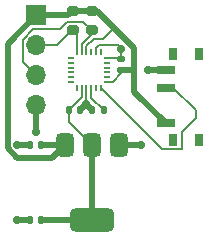
<source format=gbr>
%TF.GenerationSoftware,KiCad,Pcbnew,8.0.5*%
%TF.CreationDate,2024-10-09T16:47:07-04:00*%
%TF.ProjectId,PostureBestICM20948,506f7374-7572-4654-9265-737449434d32,rev?*%
%TF.SameCoordinates,Original*%
%TF.FileFunction,Copper,L1,Top*%
%TF.FilePolarity,Positive*%
%FSLAX46Y46*%
G04 Gerber Fmt 4.6, Leading zero omitted, Abs format (unit mm)*
G04 Created by KiCad (PCBNEW 8.0.5) date 2024-10-09 16:47:07*
%MOMM*%
%LPD*%
G01*
G04 APERTURE LIST*
G04 Aperture macros list*
%AMRoundRect*
0 Rectangle with rounded corners*
0 $1 Rounding radius*
0 $2 $3 $4 $5 $6 $7 $8 $9 X,Y pos of 4 corners*
0 Add a 4 corners polygon primitive as box body*
4,1,4,$2,$3,$4,$5,$6,$7,$8,$9,$2,$3,0*
0 Add four circle primitives for the rounded corners*
1,1,$1+$1,$2,$3*
1,1,$1+$1,$4,$5*
1,1,$1+$1,$6,$7*
1,1,$1+$1,$8,$9*
0 Add four rect primitives between the rounded corners*
20,1,$1+$1,$2,$3,$4,$5,0*
20,1,$1+$1,$4,$5,$6,$7,0*
20,1,$1+$1,$6,$7,$8,$9,0*
20,1,$1+$1,$8,$9,$2,$3,0*%
G04 Aperture macros list end*
%TA.AperFunction,SMDPad,CuDef*%
%ADD10RoundRect,0.140000X-0.170000X0.140000X-0.170000X-0.140000X0.170000X-0.140000X0.170000X0.140000X0*%
%TD*%
%TA.AperFunction,SMDPad,CuDef*%
%ADD11RoundRect,0.200000X0.275000X-0.200000X0.275000X0.200000X-0.275000X0.200000X-0.275000X-0.200000X0*%
%TD*%
%TA.AperFunction,SMDPad,CuDef*%
%ADD12RoundRect,0.140000X0.140000X0.170000X-0.140000X0.170000X-0.140000X-0.170000X0.140000X-0.170000X0*%
%TD*%
%TA.AperFunction,SMDPad,CuDef*%
%ADD13R,1.500000X0.700000*%
%TD*%
%TA.AperFunction,SMDPad,CuDef*%
%ADD14R,0.800000X1.000000*%
%TD*%
%TA.AperFunction,SMDPad,CuDef*%
%ADD15RoundRect,0.140000X-0.140000X-0.170000X0.140000X-0.170000X0.140000X0.170000X-0.140000X0.170000X0*%
%TD*%
%TA.AperFunction,SMDPad,CuDef*%
%ADD16RoundRect,0.375000X-0.375000X0.625000X-0.375000X-0.625000X0.375000X-0.625000X0.375000X0.625000X0*%
%TD*%
%TA.AperFunction,SMDPad,CuDef*%
%ADD17RoundRect,0.500000X-1.400000X0.500000X-1.400000X-0.500000X1.400000X-0.500000X1.400000X0.500000X0*%
%TD*%
%TA.AperFunction,SMDPad,CuDef*%
%ADD18RoundRect,0.050000X-0.225000X-0.050000X0.225000X-0.050000X0.225000X0.050000X-0.225000X0.050000X0*%
%TD*%
%TA.AperFunction,SMDPad,CuDef*%
%ADD19RoundRect,0.050000X0.050000X-0.225000X0.050000X0.225000X-0.050000X0.225000X-0.050000X-0.225000X0*%
%TD*%
%TA.AperFunction,ComponentPad*%
%ADD20R,1.700000X1.700000*%
%TD*%
%TA.AperFunction,ComponentPad*%
%ADD21O,1.700000X1.700000*%
%TD*%
%TA.AperFunction,ViaPad*%
%ADD22C,0.700000*%
%TD*%
%TA.AperFunction,Conductor*%
%ADD23C,0.200000*%
%TD*%
%TA.AperFunction,Conductor*%
%ADD24C,0.500000*%
%TD*%
G04 APERTURE END LIST*
D10*
%TO.P,C2,1*%
%TO.N,GND*%
X120000000Y-90020000D03*
%TO.P,C2,2*%
%TO.N,+3.3V*%
X120000000Y-90980000D03*
%TD*%
D11*
%TO.P,R2,1*%
%TO.N,Net-(J1-Pin_2)*%
X115900000Y-87625000D03*
%TO.P,R2,2*%
%TO.N,+3.3V*%
X115900000Y-85975000D03*
%TD*%
D12*
%TO.P,C4,1*%
%TO.N,+3.3V*%
X113230000Y-97300000D03*
%TO.P,C4,2*%
%TO.N,GND*%
X112270000Y-97300000D03*
%TD*%
D13*
%TO.P,SW1,1,A*%
%TO.N,+3.3V*%
X123750000Y-95500000D03*
%TO.P,SW1,2,B*%
%TO.N,INT1_OUT*%
X123750000Y-92500000D03*
%TO.P,SW1,3,C*%
%TO.N,GND*%
X123750000Y-91000000D03*
D14*
%TO.P,SW1,SH1*%
%TO.N,N/C*%
X124400000Y-96900000D03*
%TO.P,SW1,SH2*%
X124400000Y-89600000D03*
%TO.P,SW1,SH3*%
X126600000Y-96900000D03*
%TO.P,SW1,SH4*%
X126600000Y-89600000D03*
%TD*%
D15*
%TO.P,C3,1*%
%TO.N,GND*%
X117540000Y-94400000D03*
%TO.P,C3,2*%
%TO.N,Net-(U1-REGOUT)*%
X118500000Y-94400000D03*
%TD*%
D12*
%TO.P,C5,1*%
%TO.N,GND*%
X116520000Y-94400000D03*
%TO.P,C5,2*%
%TO.N,+1V8*%
X115560000Y-94400000D03*
%TD*%
D11*
%TO.P,R1,1*%
%TO.N,Net-(J1-Pin_3)*%
X117500000Y-87625000D03*
%TO.P,R1,2*%
%TO.N,+3.3V*%
X117500000Y-85975000D03*
%TD*%
D16*
%TO.P,U2,1,GND*%
%TO.N,GND*%
X119800000Y-97350000D03*
%TO.P,U2,2,VO*%
%TO.N,+1V8*%
X117500000Y-97350000D03*
D17*
X117500000Y-103650000D03*
D16*
%TO.P,U2,3,VI*%
%TO.N,+3.3V*%
X115200000Y-97350000D03*
%TD*%
D18*
%TO.P,U1,1,NC*%
%TO.N,unconnected-(U1-NC-Pad1)*%
X115750000Y-90000000D03*
%TO.P,U1,2,NC*%
%TO.N,unconnected-(U1-NC-Pad2)*%
X115750000Y-90400000D03*
%TO.P,U1,3,NC*%
%TO.N,unconnected-(U1-NC-Pad3)*%
X115750000Y-90800000D03*
%TO.P,U1,4,NC*%
%TO.N,unconnected-(U1-NC-Pad4)*%
X115750000Y-91200000D03*
%TO.P,U1,5,NC*%
%TO.N,unconnected-(U1-NC-Pad5)*%
X115750000Y-91600000D03*
%TO.P,U1,6,NC*%
%TO.N,unconnected-(U1-NC-Pad6)*%
X115750000Y-92000000D03*
D19*
%TO.P,U1,7,AUX_CL*%
%TO.N,unconnected-(U1-AUX_CL-Pad7)*%
X116250000Y-92500000D03*
%TO.P,U1,8,VDDIO*%
%TO.N,+1V8*%
X116650000Y-92500000D03*
%TO.P,U1,9,SDO/AD0*%
%TO.N,GND*%
X117050000Y-92500000D03*
%TO.P,U1,10,REGOUT*%
%TO.N,Net-(U1-REGOUT)*%
X117450000Y-92500000D03*
%TO.P,U1,11,FSYNC*%
%TO.N,unconnected-(U1-FSYNC-Pad11)*%
X117850000Y-92500000D03*
%TO.P,U1,12,INT1*%
%TO.N,INT1_OUT*%
X118250000Y-92500000D03*
D18*
%TO.P,U1,13,VDD*%
%TO.N,+3.3V*%
X118750000Y-92000000D03*
%TO.P,U1,14,NC*%
%TO.N,unconnected-(U1-NC-Pad14)*%
X118750000Y-91600000D03*
%TO.P,U1,15,NC*%
%TO.N,unconnected-(U1-NC-Pad15)*%
X118750000Y-91200000D03*
%TO.P,U1,16,NC*%
%TO.N,unconnected-(U1-NC-Pad16)*%
X118750000Y-90800000D03*
%TO.P,U1,17,NC*%
%TO.N,unconnected-(U1-NC-Pad17)*%
X118750000Y-90400000D03*
%TO.P,U1,18,GND*%
%TO.N,GND*%
X118750000Y-90000000D03*
D19*
%TO.P,U1,19,RESV*%
%TO.N,unconnected-(U1-RESV-Pad19)*%
X118250000Y-89500000D03*
%TO.P,U1,20,GND*%
%TO.N,GND*%
X117850000Y-89500000D03*
%TO.P,U1,21,AUX_DA*%
%TO.N,unconnected-(U1-AUX_DA-Pad21)*%
X117450000Y-89500000D03*
%TO.P,U1,22,~{CS}*%
%TO.N,+3.3V*%
X117050000Y-89500000D03*
%TO.P,U1,23,SCL/SCLK*%
%TO.N,Net-(J1-Pin_3)*%
X116650000Y-89500000D03*
%TO.P,U1,24,SDA/SDI*%
%TO.N,Net-(J1-Pin_2)*%
X116250000Y-89500000D03*
%TD*%
D12*
%TO.P,C1,1*%
%TO.N,+1V8*%
X113200000Y-103700000D03*
%TO.P,C1,2*%
%TO.N,GND*%
X112240000Y-103700000D03*
%TD*%
D20*
%TO.P,J1,1,Pin_1*%
%TO.N,+3.3V*%
X112800000Y-86350000D03*
D21*
%TO.P,J1,2,Pin_2*%
%TO.N,Net-(J1-Pin_2)*%
X112800000Y-88890000D03*
%TO.P,J1,3,Pin_3*%
%TO.N,Net-(J1-Pin_3)*%
X112800000Y-91430000D03*
%TO.P,J1,4,Pin_4*%
%TO.N,GND*%
X112800000Y-93970000D03*
%TD*%
D22*
%TO.N,GND*%
X120000000Y-89200000D03*
X117030000Y-93849240D03*
X121700000Y-97300000D03*
X112800000Y-96200000D03*
X111200000Y-103700000D03*
X122300000Y-91000000D03*
X111200000Y-97300000D03*
%TD*%
D23*
%TO.N,+1V8*%
X115560000Y-94400000D02*
X116650000Y-93310000D01*
X115560000Y-95410000D02*
X117500000Y-97350000D01*
X115560000Y-94400000D02*
X115560000Y-95410000D01*
X116650000Y-93310000D02*
X116650000Y-92500000D01*
D24*
X117500000Y-103650000D02*
X117500000Y-97350000D01*
X113200000Y-103700000D02*
X117450000Y-103700000D01*
X117450000Y-103700000D02*
X117500000Y-103650000D01*
D23*
%TO.N,GND*%
X118750000Y-90000000D02*
X119980000Y-90000000D01*
D24*
X116520000Y-94400000D02*
X116520000Y-94359240D01*
X112270000Y-97300000D02*
X111200000Y-97300000D01*
X121650000Y-97350000D02*
X121700000Y-97300000D01*
X123750000Y-91000000D02*
X122300000Y-91000000D01*
X112800000Y-93970000D02*
X112800000Y-96200000D01*
D23*
X117850000Y-89128640D02*
X118078640Y-88900000D01*
D24*
X117540000Y-94400000D02*
X117540000Y-94359240D01*
X119800000Y-97350000D02*
X121650000Y-97350000D01*
D23*
X118078640Y-88900000D02*
X119700000Y-88900000D01*
X119700000Y-88900000D02*
X120000000Y-89200000D01*
X117050000Y-93829240D02*
X117030000Y-93849240D01*
X117850000Y-89500000D02*
X117850000Y-89128640D01*
D24*
X116520000Y-94359240D02*
X117030000Y-93849240D01*
D23*
X117050000Y-92500000D02*
X117050000Y-93829240D01*
X120000000Y-90020000D02*
X120000000Y-89200000D01*
D24*
X112240000Y-103700000D02*
X111200000Y-103700000D01*
X117540000Y-94359240D02*
X117030000Y-93849240D01*
D23*
X119980000Y-90000000D02*
X120000000Y-90020000D01*
D24*
%TO.N,+3.3V*%
X121100000Y-91000000D02*
X121100000Y-92850000D01*
X121100000Y-89100000D02*
X121100000Y-91000000D01*
X111168629Y-98400000D02*
X114150000Y-98400000D01*
D23*
X118750000Y-92000000D02*
X119259999Y-92000000D01*
D24*
X120750000Y-91000000D02*
X120730000Y-90980000D01*
D23*
X117725000Y-88325000D02*
X118475000Y-88325000D01*
X120000000Y-91259999D02*
X120000000Y-90980000D01*
D24*
X110400000Y-97631371D02*
X111168629Y-98400000D01*
D23*
X117050000Y-89500000D02*
X117050000Y-89000000D01*
D24*
X120730000Y-90980000D02*
X120000000Y-90980000D01*
X112800000Y-86350000D02*
X110400000Y-88750000D01*
X117975000Y-85975000D02*
X119400000Y-87400000D01*
D23*
X118475000Y-88325000D02*
X119400000Y-87400000D01*
D24*
X119400000Y-87400000D02*
X121100000Y-89100000D01*
X115150000Y-97300000D02*
X115200000Y-97350000D01*
X121100000Y-92850000D02*
X123750000Y-95500000D01*
X115525000Y-86350000D02*
X115900000Y-85975000D01*
D23*
X119259999Y-92000000D02*
X120000000Y-91259999D01*
D24*
X110400000Y-88750000D02*
X110400000Y-97631371D01*
X117500000Y-85975000D02*
X117975000Y-85975000D01*
X121100000Y-91000000D02*
X120750000Y-91000000D01*
X114150000Y-98400000D02*
X115200000Y-97350000D01*
D23*
X117050000Y-89000000D02*
X117725000Y-88325000D01*
D24*
X115900000Y-85975000D02*
X117500000Y-85975000D01*
X112800000Y-86350000D02*
X115525000Y-86350000D01*
X113230000Y-97300000D02*
X115150000Y-97300000D01*
D23*
%TO.N,Net-(U1-REGOUT)*%
X117450000Y-93350000D02*
X117450000Y-92500000D01*
X118500000Y-94400000D02*
X117450000Y-93350000D01*
%TO.N,Net-(J1-Pin_2)*%
X115900000Y-87625000D02*
X115825000Y-87625000D01*
X116250000Y-87975000D02*
X115900000Y-87625000D01*
X115825000Y-87625000D02*
X114560000Y-88890000D01*
X114560000Y-88890000D02*
X112800000Y-88890000D01*
X116250000Y-89500000D02*
X116250000Y-87975000D01*
%TO.N,Net-(J1-Pin_3)*%
X111650000Y-88413654D02*
X111650000Y-90280000D01*
X112538654Y-87525000D02*
X114812352Y-87525000D01*
X115437352Y-86900000D02*
X116775000Y-86900000D01*
X114812352Y-87525000D02*
X115437352Y-86900000D01*
X116650000Y-88750000D02*
X116650000Y-89500000D01*
X117500000Y-87900000D02*
X116650000Y-88750000D01*
X116775000Y-86900000D02*
X117500000Y-87625000D01*
X111650000Y-90280000D02*
X112800000Y-91430000D01*
X112538654Y-87525000D02*
X111650000Y-88413654D01*
X117500000Y-87625000D02*
X117500000Y-87900000D01*
%TO.N,INT1_OUT*%
X123620000Y-92630000D02*
X123750000Y-92500000D01*
X125168629Y-97631371D02*
X125168629Y-96212742D01*
X123450000Y-97700000D02*
X125100000Y-97700000D01*
X126300000Y-94418629D02*
X124381371Y-92500000D01*
X124381371Y-92500000D02*
X123750000Y-92500000D01*
X126300000Y-95081371D02*
X126300000Y-94418629D01*
X118250000Y-92500000D02*
X123450000Y-97700000D01*
X125100000Y-97700000D02*
X125168629Y-97631371D01*
X125168629Y-96212742D02*
X126300000Y-95081371D01*
%TD*%
M02*

</source>
